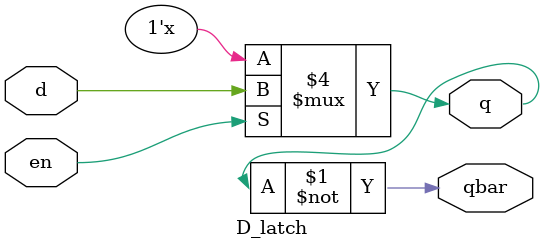
<source format=v>
`timescale 1ns / 1ps


module D_latch(
input d, en,
output reg q, 
output qbar
    );
// BEHAVIORAL  

 assign qbar = ~q;  
 always @(d,en)
 begin
    q = q;
    if(en)
        q = d;
    else
        q = q;
 end
 
 // DATAFLOW
 /*
 assign q = en ? d : q;
 assign qbar = ~q;  
 */
 

endmodule

</source>
